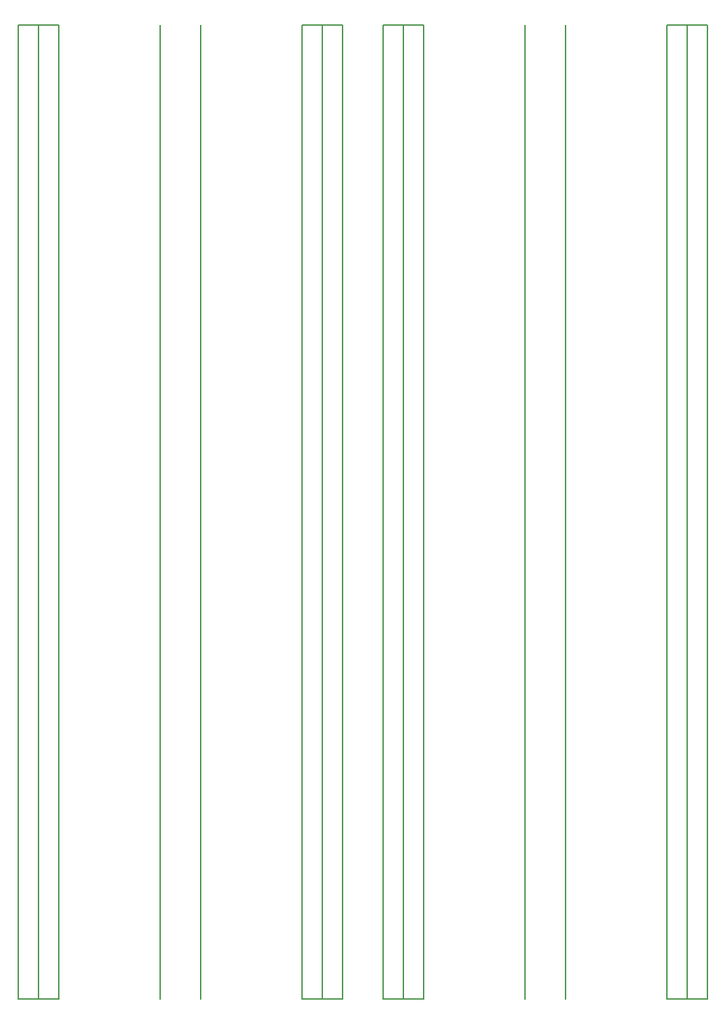
<source format=gbr>
G04 #@! TF.FileFunction,Legend,Bot*
%FSLAX46Y46*%
G04 Gerber Fmt 4.6, Leading zero omitted, Abs format (unit mm)*
G04 Created by KiCad (PCBNEW 4.0.7) date 08/18/19 22:54:49*
%MOMM*%
%LPD*%
G01*
G04 APERTURE LIST*
%ADD10C,0.100000*%
%ADD11C,0.200000*%
G04 APERTURE END LIST*
D10*
D11*
X130810000Y-171450000D02*
X130810000Y-49530000D01*
X135890000Y-49530000D02*
X135890000Y-171450000D01*
X151130000Y-171450000D02*
X151130000Y-49530000D01*
X148590000Y-171450000D02*
X151130000Y-171450000D01*
X153670000Y-171450000D02*
X148590000Y-171450000D01*
X153670000Y-49530000D02*
X153670000Y-171450000D01*
X148590000Y-49530000D02*
X153670000Y-49530000D01*
X148590000Y-171450000D02*
X148590000Y-49530000D01*
X115570000Y-49530000D02*
X115570000Y-171450000D01*
X113030000Y-171450000D02*
X113030000Y-49530000D01*
X118110000Y-171450000D02*
X113030000Y-171450000D01*
X118110000Y-49530000D02*
X118110000Y-171450000D01*
X113030000Y-49530000D02*
X118110000Y-49530000D01*
X102870000Y-49530000D02*
X105410000Y-49530000D01*
X107950000Y-171450000D02*
X105410000Y-171450000D01*
X107950000Y-49530000D02*
X107950000Y-171450000D01*
X105410000Y-49530000D02*
X107950000Y-49530000D01*
X105410000Y-171450000D02*
X105410000Y-49530000D01*
X102870000Y-171450000D02*
X105410000Y-171450000D01*
X102870000Y-49530000D02*
X102870000Y-171450000D01*
X90170000Y-171450000D02*
X90170000Y-49530000D01*
X85090000Y-49530000D02*
X85090000Y-171450000D01*
X69850000Y-171450000D02*
X69850000Y-49530000D01*
X67310000Y-171450000D02*
X72390000Y-171450000D01*
X67310000Y-49530000D02*
X67310000Y-171450000D01*
X72390000Y-49530000D02*
X67310000Y-49530000D01*
X72390000Y-171450000D02*
X72390000Y-49530000D01*
M02*

</source>
